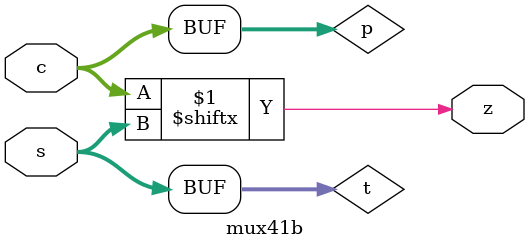
<source format=sv>
module mux41b (
input wire [3:0] c,
input wire [1:0] s,
output wire z
);
initial $monitor( "s=%b, c=%b, z=%b", s, c, z );
wire [1:0] t = s ;
wire [3:0] p = c ;
assign z = p [t] ; // Select c[s]
endmodule
</source>
